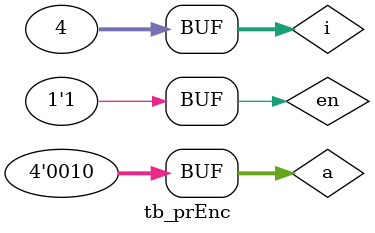
<source format=v>

module tb_prEnc();

   reg [3:0]a;
   reg en;
   wire [1:0]y;

integer i;
Pr_Encoder E1(

   .a(a),
   .en(en),
   .y(y)
);


initial begin

  $monitor("a=%b   y=%b  en=%d",a,y,en);
  #1  a=0; en=0;
  for(i=0;i<4;i=i+1) begin
   #1 a=(1<<i); en=1;
  end
   #1;a=4'b1111;en=1;
   #1;a=4'b1010;en=1;
   #1;a=4'b0010;en=1;
  

end

endmodule
</source>
